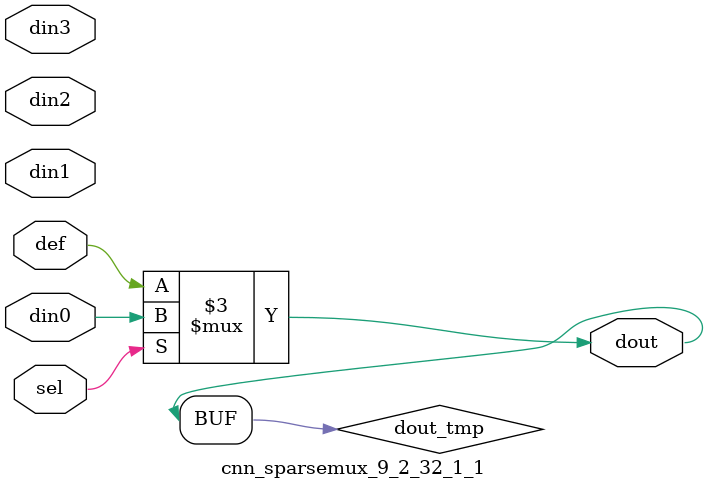
<source format=v>
`timescale 1ns / 1ps

module cnn_sparsemux_9_2_32_1_1 (din0,din1,din2,din3,def,sel,dout);

parameter din0_WIDTH = 1;

parameter din1_WIDTH = 1;

parameter din2_WIDTH = 1;

parameter din3_WIDTH = 1;

parameter def_WIDTH = 1;
parameter sel_WIDTH = 1;
parameter dout_WIDTH = 1;

parameter [sel_WIDTH-1:0] CASE0 = 1;

parameter [sel_WIDTH-1:0] CASE1 = 1;

parameter [sel_WIDTH-1:0] CASE2 = 1;

parameter [sel_WIDTH-1:0] CASE3 = 1;

parameter ID = 1;
parameter NUM_STAGE = 1;



input [din0_WIDTH-1:0] din0;

input [din1_WIDTH-1:0] din1;

input [din2_WIDTH-1:0] din2;

input [din3_WIDTH-1:0] din3;

input [def_WIDTH-1:0] def;
input [sel_WIDTH-1:0] sel;

output [dout_WIDTH-1:0] dout;



reg [dout_WIDTH-1:0] dout_tmp;

always @ (*) begin
case (sel)
    
    CASE0 : dout_tmp = din0;
    
    CASE1 : dout_tmp = din1;
    
    CASE2 : dout_tmp = din2;
    
    CASE3 : dout_tmp = din3;
    
    default : dout_tmp = def;
endcase
end


assign dout = dout_tmp;



endmodule

</source>
